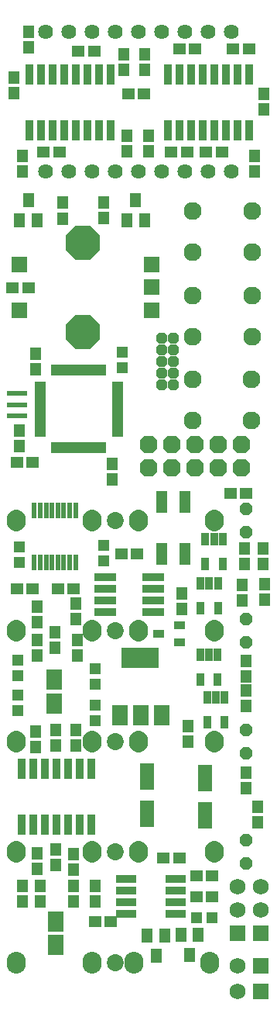
<source format=gts>
G04 DipTrace 3.3.0.0*
G04 mBrane_02.GTS*
%MOIN*%
G04 #@! TF.FileFunction,Soldermask,Top*
G04 #@! TF.Part,Single*
%AMOUTLINE1*
4,1,4,
-0.031559,0.055181,
-0.031559,-0.055181,
0.031559,-0.055181,
0.031559,0.055181,
-0.031559,0.055181,
0*%
%AMOUTLINE4*
4,1,4,
0.023685,-0.025654,
-0.023685,-0.025654,
-0.023685,0.025654,
0.023685,0.025654,
0.023685,-0.025654,
0*%
%AMOUTLINE7*
4,1,4,
0.033528,-0.04337,
0.033528,0.04337,
-0.033528,0.04337,
-0.033528,-0.04337,
0.033528,-0.04337,
0*%
%AMOUTLINE10*
4,1,4,
0.025654,0.023685,
0.025654,-0.023685,
-0.025654,-0.023685,
-0.025654,0.023685,
0.025654,0.023685,
0*%
%AMOUTLINE13*
4,1,4,
-0.023685,0.025654,
0.023685,0.025654,
0.023685,-0.025654,
-0.023685,-0.025654,
-0.023685,0.025654,
0*%
%AMOUTLINE16*
4,1,4,
0.0335,0.0435,
-0.0335,0.0435,
-0.0335,-0.0435,
0.0335,-0.0435,
0.0335,0.0435,
0*%
%AMOUTLINE19*
4,1,4,
0.079,0.0435,
-0.079,0.0435,
-0.079,-0.0435,
0.079,-0.0435,
0.079,0.0435,
0*%
%AMOUTLINE22*
4,1,4,
0.017,0.044,
-0.017,0.044,
-0.017,-0.044,
0.017,-0.044,
0.017,0.044,
0*%
%AMOUTLINE25*
4,1,4,
-0.011,0.032,
-0.011,-0.032,
0.011,-0.032,
0.011,0.032,
-0.011,0.032,
0*%
%AMOUTLINE28*
4,1,4,
-0.047307,0.015811,
-0.047307,-0.015811,
0.047307,-0.015811,
0.047307,0.015811,
-0.047307,0.015811,
0*%
%AMOUTLINE31*
4,1,4,
-0.017,-0.044,
0.017,-0.044,
0.017,0.044,
-0.017,0.044,
-0.017,-0.044,
0*%
%AMOUTLINE34*
4,1,4,
0.015811,-0.025654,
-0.015811,-0.025654,
-0.015811,0.025654,
0.015811,0.025654,
0.015811,-0.025654,
0*%
%AMOUTLINE37*
4,1,4,
-0.015811,0.025654,
0.015811,0.025654,
0.015811,-0.025654,
-0.015811,-0.025654,
-0.015811,0.025654,
0*%
%AMOUTLINE40*
4,1,16,
0.0415,0.005451,
0.037483,0.023051,
0.025939,0.037527,
0.009258,0.04556,
-0.009258,0.04556,
-0.025939,0.037527,
-0.037483,0.023051,
-0.0415,0.005451,
-0.0415,-0.005451,
-0.037483,-0.023051,
-0.025939,-0.037527,
-0.009258,-0.04556,
0.009258,-0.04556,
0.025939,-0.037527,
0.037483,-0.023051,
0.0415,-0.005451,
0.0415,0.005451,
0*%
%AMOUTLINE43*
4,1,8,
-0.038184,0.015816,
-0.015816,0.038184,
0.015816,0.038184,
0.038184,0.015816,
0.038184,-0.015816,
0.015816,-0.038184,
-0.015816,-0.038184,
-0.038184,-0.015816,
-0.038184,0.015816,
0*%
%AMOUTLINE46*
4,1,8,
0.010075,0.024325,
0.024325,0.010075,
0.024325,-0.010075,
0.010075,-0.024325,
-0.010075,-0.024325,
-0.024325,-0.010075,
-0.024325,0.010075,
-0.010075,0.024325,
0.010075,0.024325,
0*%
%AMOUTLINE49*
4,1,8,
0.011607,-0.028021,
0.028021,-0.011607,
0.028021,0.011607,
0.011607,0.028021,
-0.011607,0.028021,
-0.028021,0.011607,
-0.028021,-0.011607,
-0.011607,-0.028021,
0.011607,-0.028021,
0*%
%AMOUTLINE52*
4,1,4,
-0.04337,-0.015811,
-0.04337,0.015811,
0.04337,0.015811,
0.04337,-0.015811,
-0.04337,-0.015811,
0*%
%AMOUTLINE55*
4,1,4,
0.023685,0.031559,
-0.023685,0.031559,
-0.023685,-0.031559,
0.023685,-0.031559,
0.023685,0.031559,
0*%
%AMOUTLINE58*
4,1,4,
-0.025654,-0.023685,
-0.025654,0.023685,
0.025654,0.023685,
0.025654,-0.023685,
-0.025654,-0.023685,
0*%
%AMOUTLINE61*
4,1,8,
0.030404,-0.0734,
0.0734,-0.030404,
0.0734,0.030404,
0.030404,0.0734,
-0.030404,0.0734,
-0.0734,0.030404,
-0.0734,-0.030404,
-0.030404,-0.0734,
0.030404,-0.0734,
0*%
%AMOUTLINE64*
4,1,4,
0.023685,-0.009,
0.023685,0.009,
-0.023685,0.009,
-0.023685,-0.009,
0.023685,-0.009,
0*%
%AMOUTLINE67*
4,1,4,
0.009,-0.023685,
0.009,0.023685,
-0.009,0.023685,
-0.009,-0.023685,
0.009,-0.023685,
0*%
%ADD55R,0.08674X0.023748*%
%ADD57C,0.077*%
%ADD59R,0.06737X0.06737*%
%ADD61R,0.051307X0.04737*%
%ADD63C,0.068*%
%ADD64R,0.068X0.068*%
%ADD66O,0.083X0.093*%
%ADD68C,0.073*%
%ADD70R,0.049339X0.033591*%
%ADD72C,0.064*%
%ADD74R,0.04737X0.094614*%
%ADD76R,0.04737X0.063118*%
%ADD78R,0.04737X0.051307*%
%ADD83OUTLINE1*%
%ADD86OUTLINE4*%
%ADD89OUTLINE7*%
%ADD92OUTLINE10*%
%ADD95OUTLINE13*%
%ADD98OUTLINE16*%
%ADD101OUTLINE19*%
%ADD104OUTLINE22*%
%ADD107OUTLINE25*%
%ADD110OUTLINE28*%
%ADD113OUTLINE31*%
%ADD116OUTLINE34*%
%ADD119OUTLINE37*%
%ADD122OUTLINE40*%
%ADD125OUTLINE43*%
%ADD128OUTLINE46*%
%ADD131OUTLINE49*%
%ADD134OUTLINE52*%
%ADD137OUTLINE55*%
%ADD140OUTLINE58*%
%ADD143OUTLINE61*%
%ADD146OUTLINE64*%
%ADD149OUTLINE67*%
%FSLAX26Y26*%
G04*
G70*
G90*
G75*
G01*
G04 TopMask*
%LPD*%
D83*
X1268958Y1387752D3*
Y1226334D3*
D86*
X1522994Y4327466D3*
Y4260536D3*
D89*
X625209Y669001D3*
Y771363D3*
D83*
X1018958Y1394001D3*
Y1232584D3*
D92*
X439529Y3494001D3*
X506458D3*
D95*
X443958Y4331501D3*
Y4398430D3*
D86*
X537709Y3144001D3*
Y3210930D3*
D78*
X912709Y3150252D3*
Y3217181D3*
D92*
X525208Y2744001D3*
X458279D3*
D89*
X618958Y1706501D3*
Y1808863D3*
D95*
X868958Y2737750D3*
Y2670821D3*
D86*
X712708Y1592181D3*
Y1525252D3*
D78*
X468958Y2379681D3*
Y2312752D3*
D86*
X700208Y994001D3*
Y1060930D3*
D92*
X523388Y2200250D3*
X456458D3*
D78*
X831458Y2319001D3*
Y2385930D3*
D86*
X625209Y1525252D3*
Y1592181D3*
Y1012752D3*
Y1079681D3*
D95*
X537709Y1520821D3*
Y1587750D3*
X543958Y995821D3*
Y1062750D3*
X1168958Y2112752D3*
Y2179681D3*
D92*
X860907Y768962D3*
X793978D3*
X975208Y2350250D3*
X908279D3*
D86*
X1446174Y1823036D3*
Y1889966D3*
D95*
X1437708Y2306501D3*
Y2373430D3*
D76*
X1200457Y625299D3*
X1163056Y711913D3*
X1237859D3*
X1056977Y624611D3*
X1019575Y711225D3*
X1094378D3*
D74*
X1081458Y2350252D3*
X1181458D3*
Y2575055D3*
X1081458D3*
D72*
X1381458Y3994001D3*
X1281458D3*
X1181458D3*
X1081458D3*
X981458D3*
X881458D3*
X781458D3*
X681458D3*
X581458D3*
Y4594001D3*
X681458D3*
X781458D3*
X881458D3*
X981458D3*
X1081458D3*
X1181458D3*
X1281458D3*
X1381458D3*
D98*
X900208Y1656501D3*
X990208D3*
X1080208D3*
D101*
X989208Y1904501D3*
D104*
X512709Y4169001D3*
X562709D3*
X612709D3*
X662709D3*
X712709D3*
X762709D3*
X812709D3*
X862709D3*
Y4411001D3*
X812709D3*
X762709D3*
X712709D3*
X662709D3*
X612709D3*
X562709D3*
X512709D3*
X1106458Y4169001D3*
X1156458D3*
X1206458D3*
X1256458D3*
X1306458D3*
X1356458D3*
X1406458D3*
X1456458D3*
Y4411001D3*
X1406458D3*
X1356458D3*
X1306458D3*
X1256458D3*
X1206458D3*
X1156458D3*
X1106458D3*
D107*
X531458Y2312752D3*
X557458D3*
X583458D3*
X608458D3*
X634458D3*
X659458D3*
X685458D3*
X711458D3*
Y2536752D3*
X685458D3*
X659458D3*
X634458D3*
X608458D3*
X583458D3*
X557458D3*
X531458D3*
D110*
X1043958Y2100250D3*
Y2150250D3*
Y2200250D3*
Y2250250D3*
X839234D3*
Y2200250D3*
Y2150250D3*
Y2100250D3*
D113*
X777459Y1427501D3*
X727459D3*
X677459D3*
X627459D3*
X577459D3*
X527459D3*
X477459D3*
Y1185501D3*
X527459D3*
X577459D3*
X627459D3*
X677459D3*
X727459D3*
X777459D3*
D116*
X1343797Y2413093D3*
X1306395D3*
X1268994D3*
Y2306794D3*
X1343797D3*
D119*
X1323037Y2224032D3*
X1285636D3*
X1248234D3*
Y2117733D3*
X1323037D3*
D70*
X1158427Y1969001D3*
Y2043804D3*
X1067876Y2006403D3*
D116*
X1322536Y1917796D3*
X1285134D3*
X1247733D3*
Y1811497D3*
X1322536D3*
D119*
X1352722Y1733242D3*
X1315321D3*
X1277919D3*
Y1626943D3*
X1352722D3*
D122*
X780958Y2494001D3*
X455958D3*
D68*
X880958D3*
D122*
X981944Y1068930D3*
X1306944D3*
D68*
X881944D3*
D122*
X780958Y2019001D3*
X455958D3*
D68*
X880958D3*
D122*
X981944Y1543880D3*
X1306944D3*
D68*
X881944D3*
D122*
X780958Y1544001D3*
X455958D3*
D68*
X880958D3*
D122*
X981944Y2018830D3*
X1306944D3*
D68*
X881944D3*
D122*
X780958Y1069001D3*
X455958D3*
D68*
X880958D3*
D122*
X981944Y2493781D3*
X1306944D3*
D68*
X881944D3*
D66*
X780958Y594001D3*
X455958D3*
D68*
X880958D3*
D64*
X1506458Y469001D3*
D63*
X1406458D3*
D64*
X1506458Y581501D3*
D63*
X1406458D3*
D125*
X1425207Y2819001D3*
Y2719001D3*
X1325207Y2819001D3*
Y2719001D3*
X1225207Y2819001D3*
Y2719001D3*
X1125207Y2819001D3*
Y2719001D3*
X1025207Y2819001D3*
Y2719001D3*
D128*
X1131458Y3075250D3*
X1081460D3*
X1131458Y3125250D3*
X1081460D3*
X1131458Y3175250D3*
X1081460D3*
X1131458Y3225250D3*
X1081460D3*
X1131458Y3275250D3*
X1081460D3*
D131*
X1443958Y2544001D3*
Y2444001D3*
Y2069001D3*
Y1969001D3*
Y1594001D3*
Y1494001D3*
Y1119001D3*
Y1019001D3*
D134*
X1140262Y802732D3*
Y852732D3*
Y902732D3*
Y952732D3*
X927663D3*
Y902732D3*
Y852732D3*
Y802732D3*
D137*
X469155Y3782387D3*
X506557Y3869001D3*
X543958Y3782387D3*
X931655D3*
X969057Y3869001D3*
X1006458Y3782387D3*
D86*
X654243Y3858716D3*
Y3791787D3*
D95*
X506458Y4527072D3*
Y4594001D3*
D92*
X722994Y4510536D3*
X789923D3*
D95*
X918958Y4431501D3*
Y4498430D3*
X1006458Y4431501D3*
Y4498430D3*
D92*
X937709Y4325250D3*
X1004638D3*
X1156458Y4519001D3*
X1223388D3*
X1456458D3*
X1389529D3*
D86*
X831458Y3794001D3*
Y3860930D3*
X481458Y4060930D3*
Y3994001D3*
D140*
X572994Y4077466D3*
X639923D3*
D86*
X931458Y4148430D3*
Y4081501D3*
X1025208Y4148430D3*
Y4081501D3*
D140*
X1189923Y4077466D3*
X1122994D3*
X1272994D3*
X1339923D3*
D86*
X1481458Y4060930D3*
Y3994001D3*
D95*
X468958Y2881501D3*
Y2814572D3*
D86*
X543958Y1912752D3*
Y1979681D3*
Y2056501D3*
Y2123430D3*
X712708Y2069001D3*
Y2135930D3*
X718958Y1912752D3*
Y1979681D3*
D95*
X622994Y1948036D3*
Y2014966D3*
D140*
X700208Y2200250D3*
X633279D3*
D78*
X793958Y1700250D3*
Y1633321D3*
D86*
Y856501D3*
Y923430D3*
D78*
Y1789571D3*
Y1856500D3*
D86*
X700208Y856501D3*
Y923430D3*
D78*
X462708Y1827072D3*
Y1894001D3*
D86*
X556458Y856501D3*
Y923430D3*
D78*
X462708Y1677072D3*
Y1744001D3*
D86*
X481458Y856501D3*
Y923430D3*
D95*
X1518902Y2375043D3*
Y2308114D3*
D140*
X1379243Y2610536D3*
X1446172D3*
D86*
X1427213Y2150067D3*
Y2216996D3*
X1525208Y2219001D3*
Y2152072D3*
D92*
X1156440Y1043933D3*
X1089511D3*
D95*
X1193936Y1543880D3*
Y1610809D3*
D92*
X1297357Y967871D3*
X1230428D3*
X1230966Y875690D3*
X1297895D3*
D86*
X1443958Y1762750D3*
Y1695821D3*
D95*
X1493958Y1262750D3*
Y1195821D3*
D86*
X1443910Y1343901D3*
Y1410830D3*
D61*
X1230542Y785426D3*
X1297472D3*
D59*
X1037708Y3594001D3*
Y3397151D3*
Y3495576D3*
X466842Y3594001D3*
Y3397151D3*
D143*
X742432Y3688489D3*
Y3302662D3*
D57*
X1468958Y3100250D3*
Y2923085D3*
X1213053D3*
X1213006Y3100668D3*
X1470829Y3460536D3*
Y3283371D3*
X1214923D3*
X1214876Y3460954D3*
X1214923Y3645871D3*
Y3823036D3*
X1470829D3*
X1470876Y3645454D3*
D66*
X1287208Y594001D3*
X962208D3*
D55*
X456460Y2944000D3*
Y2991506D3*
Y3039013D3*
D146*
X556458Y3081501D3*
Y3061816D3*
Y3042131D3*
Y3022446D3*
Y3002761D3*
Y2983076D3*
Y2963391D3*
Y2943706D3*
Y2924021D3*
Y2904336D3*
Y2884651D3*
Y2864966D3*
D149*
X615514Y2805910D3*
X635199D3*
X654884D3*
X674569D3*
X694254D3*
X713939D3*
X733624D3*
X753309D3*
X772994D3*
X792679D3*
X812364D3*
X832049D3*
D146*
X891104Y2864966D3*
Y2884651D3*
Y2904336D3*
Y2924021D3*
Y2943706D3*
Y2963391D3*
Y2983076D3*
Y3002761D3*
Y3022446D3*
Y3042131D3*
Y3061816D3*
Y3081501D3*
D149*
X832049Y3140556D3*
X812364D3*
X792679D3*
X772994D3*
X753309D3*
X733624D3*
X713939D3*
X694254D3*
X674569D3*
X654884D3*
X635199D3*
X615514D3*
D64*
X1406458Y719001D3*
D63*
Y819001D3*
Y919001D3*
D64*
X1506458Y719001D3*
D63*
Y819001D3*
Y919001D3*
M02*

</source>
